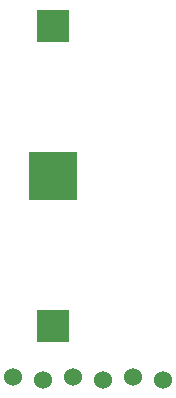
<source format=gbs>
G75*
G70*
%OFA0B0*%
%FSLAX24Y24*%
%IPPOS*%
%LPD*%
%AMOC8*
5,1,8,0,0,1.08239X$1,22.5*
%
%ADD10R,0.1600X0.1600*%
%ADD11R,0.1095X0.1095*%
%ADD12C,0.0600*%
D10*
X016840Y008630D03*
D11*
X016840Y003630D03*
X016840Y013630D03*
D12*
X015530Y001950D03*
X016530Y001850D03*
X017530Y001950D03*
X018530Y001850D03*
X019530Y001950D03*
X020530Y001850D03*
M02*

</source>
